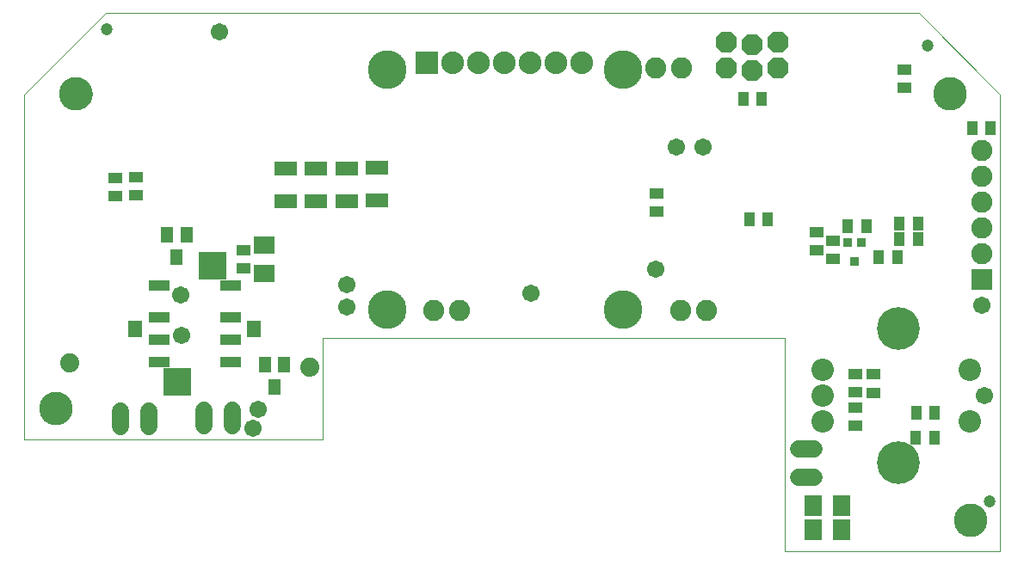
<source format=gbs>
G75*
G70*
%OFA0B0*%
%FSLAX24Y24*%
%IPPOS*%
%LPD*%
%AMOC8*
5,1,8,0,0,1.08239X$1,22.5*
%
%ADD10C,0.0000*%
%ADD11C,0.1300*%
%ADD12C,0.0867*%
%ADD13C,0.1655*%
%ADD14R,0.0395X0.0552*%
%ADD15R,0.0880X0.0880*%
%ADD16C,0.0880*%
%ADD17C,0.1497*%
%ADD18R,0.0552X0.0395*%
%ADD19R,0.0356X0.0356*%
%ADD20R,0.0710X0.0789*%
%ADD21R,0.0867X0.0552*%
%ADD22R,0.0474X0.0631*%
%ADD23C,0.0680*%
%ADD24C,0.0474*%
%ADD25C,0.0671*%
%ADD26C,0.0820*%
%ADD27R,0.0820X0.0820*%
%ADD28R,0.0789X0.0395*%
%ADD29R,0.1064X0.1064*%
%ADD30R,0.0789X0.0710*%
%ADD31R,0.0580X0.0330*%
%ADD32OC8,0.0820*%
%ADD33C,0.0740*%
D10*
X000180Y005173D02*
X011735Y005173D01*
X011735Y009110D01*
X029633Y009110D01*
X029633Y000843D01*
X037975Y000843D01*
X037975Y018559D01*
X034827Y021708D01*
X003329Y021708D01*
X000180Y018559D01*
X000180Y005173D01*
X000783Y006386D02*
X000785Y006435D01*
X000791Y006484D01*
X000801Y006532D01*
X000814Y006579D01*
X000832Y006625D01*
X000853Y006669D01*
X000877Y006712D01*
X000905Y006752D01*
X000936Y006791D01*
X000970Y006826D01*
X001007Y006859D01*
X001046Y006888D01*
X001088Y006914D01*
X001131Y006937D01*
X001177Y006956D01*
X001223Y006972D01*
X001271Y006984D01*
X001319Y006992D01*
X001368Y006996D01*
X001418Y006996D01*
X001467Y006992D01*
X001515Y006984D01*
X001563Y006972D01*
X001609Y006956D01*
X001655Y006937D01*
X001698Y006914D01*
X001740Y006888D01*
X001779Y006859D01*
X001816Y006826D01*
X001850Y006791D01*
X001881Y006752D01*
X001909Y006712D01*
X001933Y006669D01*
X001954Y006625D01*
X001972Y006579D01*
X001985Y006532D01*
X001995Y006484D01*
X002001Y006435D01*
X002003Y006386D01*
X002001Y006337D01*
X001995Y006288D01*
X001985Y006240D01*
X001972Y006193D01*
X001954Y006147D01*
X001933Y006103D01*
X001909Y006060D01*
X001881Y006020D01*
X001850Y005981D01*
X001816Y005946D01*
X001779Y005913D01*
X001740Y005884D01*
X001698Y005858D01*
X001655Y005835D01*
X001609Y005816D01*
X001563Y005800D01*
X001515Y005788D01*
X001467Y005780D01*
X001418Y005776D01*
X001368Y005776D01*
X001319Y005780D01*
X001271Y005788D01*
X001223Y005800D01*
X001177Y005816D01*
X001131Y005835D01*
X001088Y005858D01*
X001046Y005884D01*
X001007Y005913D01*
X000970Y005946D01*
X000936Y005981D01*
X000905Y006020D01*
X000877Y006060D01*
X000853Y006103D01*
X000832Y006147D01*
X000814Y006193D01*
X000801Y006240D01*
X000791Y006288D01*
X000785Y006337D01*
X000783Y006386D01*
X001570Y018591D02*
X001572Y018640D01*
X001578Y018689D01*
X001588Y018737D01*
X001601Y018784D01*
X001619Y018830D01*
X001640Y018874D01*
X001664Y018917D01*
X001692Y018957D01*
X001723Y018996D01*
X001757Y019031D01*
X001794Y019064D01*
X001833Y019093D01*
X001875Y019119D01*
X001918Y019142D01*
X001964Y019161D01*
X002010Y019177D01*
X002058Y019189D01*
X002106Y019197D01*
X002155Y019201D01*
X002205Y019201D01*
X002254Y019197D01*
X002302Y019189D01*
X002350Y019177D01*
X002396Y019161D01*
X002442Y019142D01*
X002485Y019119D01*
X002527Y019093D01*
X002566Y019064D01*
X002603Y019031D01*
X002637Y018996D01*
X002668Y018957D01*
X002696Y018917D01*
X002720Y018874D01*
X002741Y018830D01*
X002759Y018784D01*
X002772Y018737D01*
X002782Y018689D01*
X002788Y018640D01*
X002790Y018591D01*
X002788Y018542D01*
X002782Y018493D01*
X002772Y018445D01*
X002759Y018398D01*
X002741Y018352D01*
X002720Y018308D01*
X002696Y018265D01*
X002668Y018225D01*
X002637Y018186D01*
X002603Y018151D01*
X002566Y018118D01*
X002527Y018089D01*
X002485Y018063D01*
X002442Y018040D01*
X002396Y018021D01*
X002350Y018005D01*
X002302Y017993D01*
X002254Y017985D01*
X002205Y017981D01*
X002155Y017981D01*
X002106Y017985D01*
X002058Y017993D01*
X002010Y018005D01*
X001964Y018021D01*
X001918Y018040D01*
X001875Y018063D01*
X001833Y018089D01*
X001794Y018118D01*
X001757Y018151D01*
X001723Y018186D01*
X001692Y018225D01*
X001664Y018265D01*
X001640Y018308D01*
X001619Y018352D01*
X001601Y018398D01*
X001588Y018445D01*
X001578Y018493D01*
X001572Y018542D01*
X001570Y018591D01*
X035428Y018591D02*
X035430Y018640D01*
X035436Y018689D01*
X035446Y018737D01*
X035459Y018784D01*
X035477Y018830D01*
X035498Y018874D01*
X035522Y018917D01*
X035550Y018957D01*
X035581Y018996D01*
X035615Y019031D01*
X035652Y019064D01*
X035691Y019093D01*
X035733Y019119D01*
X035776Y019142D01*
X035822Y019161D01*
X035868Y019177D01*
X035916Y019189D01*
X035964Y019197D01*
X036013Y019201D01*
X036063Y019201D01*
X036112Y019197D01*
X036160Y019189D01*
X036208Y019177D01*
X036254Y019161D01*
X036300Y019142D01*
X036343Y019119D01*
X036385Y019093D01*
X036424Y019064D01*
X036461Y019031D01*
X036495Y018996D01*
X036526Y018957D01*
X036554Y018917D01*
X036578Y018874D01*
X036599Y018830D01*
X036617Y018784D01*
X036630Y018737D01*
X036640Y018689D01*
X036646Y018640D01*
X036648Y018591D01*
X036646Y018542D01*
X036640Y018493D01*
X036630Y018445D01*
X036617Y018398D01*
X036599Y018352D01*
X036578Y018308D01*
X036554Y018265D01*
X036526Y018225D01*
X036495Y018186D01*
X036461Y018151D01*
X036424Y018118D01*
X036385Y018089D01*
X036343Y018063D01*
X036300Y018040D01*
X036254Y018021D01*
X036208Y018005D01*
X036160Y017993D01*
X036112Y017985D01*
X036063Y017981D01*
X036013Y017981D01*
X035964Y017985D01*
X035916Y017993D01*
X035868Y018005D01*
X035822Y018021D01*
X035776Y018040D01*
X035733Y018063D01*
X035691Y018089D01*
X035652Y018118D01*
X035615Y018151D01*
X035581Y018186D01*
X035550Y018225D01*
X035522Y018265D01*
X035498Y018308D01*
X035477Y018352D01*
X035459Y018398D01*
X035446Y018445D01*
X035436Y018493D01*
X035430Y018542D01*
X035428Y018591D01*
X036216Y002055D02*
X036218Y002104D01*
X036224Y002153D01*
X036234Y002201D01*
X036247Y002248D01*
X036265Y002294D01*
X036286Y002338D01*
X036310Y002381D01*
X036338Y002421D01*
X036369Y002460D01*
X036403Y002495D01*
X036440Y002528D01*
X036479Y002557D01*
X036521Y002583D01*
X036564Y002606D01*
X036610Y002625D01*
X036656Y002641D01*
X036704Y002653D01*
X036752Y002661D01*
X036801Y002665D01*
X036851Y002665D01*
X036900Y002661D01*
X036948Y002653D01*
X036996Y002641D01*
X037042Y002625D01*
X037088Y002606D01*
X037131Y002583D01*
X037173Y002557D01*
X037212Y002528D01*
X037249Y002495D01*
X037283Y002460D01*
X037314Y002421D01*
X037342Y002381D01*
X037366Y002338D01*
X037387Y002294D01*
X037405Y002248D01*
X037418Y002201D01*
X037428Y002153D01*
X037434Y002104D01*
X037436Y002055D01*
X037434Y002006D01*
X037428Y001957D01*
X037418Y001909D01*
X037405Y001862D01*
X037387Y001816D01*
X037366Y001772D01*
X037342Y001729D01*
X037314Y001689D01*
X037283Y001650D01*
X037249Y001615D01*
X037212Y001582D01*
X037173Y001553D01*
X037131Y001527D01*
X037088Y001504D01*
X037042Y001485D01*
X036996Y001469D01*
X036948Y001457D01*
X036900Y001449D01*
X036851Y001445D01*
X036801Y001445D01*
X036752Y001449D01*
X036704Y001457D01*
X036656Y001469D01*
X036610Y001485D01*
X036564Y001504D01*
X036521Y001527D01*
X036479Y001553D01*
X036440Y001582D01*
X036403Y001615D01*
X036369Y001650D01*
X036338Y001689D01*
X036310Y001729D01*
X036286Y001772D01*
X036265Y001816D01*
X036247Y001862D01*
X036234Y001909D01*
X036224Y001957D01*
X036218Y002006D01*
X036216Y002055D01*
D11*
X036826Y002055D03*
X036038Y018591D03*
X002180Y018591D03*
X001393Y006386D03*
D12*
X031088Y006874D03*
X031088Y007874D03*
X031088Y005874D03*
X036788Y005874D03*
X036788Y007874D03*
D13*
X034038Y009474D03*
X034038Y004274D03*
D14*
X034716Y005268D03*
X035424Y005268D03*
X035434Y006223D03*
X034726Y006223D03*
X033989Y012243D03*
X033281Y012243D03*
X034081Y012943D03*
X034081Y013543D03*
X034789Y013543D03*
X034789Y012943D03*
X032789Y013443D03*
X032081Y013443D03*
X028984Y013723D03*
X028276Y013723D03*
X028026Y018373D03*
X028734Y018373D03*
X036886Y017253D03*
X037594Y017253D03*
D15*
X015783Y019796D03*
D16*
X016783Y019796D03*
X017783Y019796D03*
X018783Y019796D03*
X019783Y019796D03*
X020783Y019796D03*
X021783Y019796D03*
D17*
X023374Y019536D03*
X014240Y019536D03*
X014240Y010206D03*
X023374Y010206D03*
D18*
X024680Y014019D03*
X024680Y014728D03*
X030865Y013233D03*
X031495Y012883D03*
X030865Y012524D03*
X031495Y012174D03*
X032380Y007728D03*
X033080Y007708D03*
X032380Y007019D03*
X033080Y006999D03*
X032380Y006428D03*
X032380Y005719D03*
X034280Y018819D03*
X034280Y019528D03*
X008680Y012528D03*
X008680Y011819D03*
X004485Y014644D03*
X003710Y014609D03*
X003710Y015318D03*
X004485Y015353D03*
D19*
X032079Y012808D03*
X032591Y012808D03*
X032335Y012079D03*
D20*
X031831Y002623D03*
X030729Y002623D03*
X030744Y001703D03*
X031846Y001703D03*
D21*
X013850Y014449D03*
X012665Y014429D03*
X011465Y014429D03*
X010315Y014429D03*
X010315Y015688D03*
X011465Y015688D03*
X012665Y015688D03*
X013850Y015708D03*
D22*
X006454Y013107D03*
X005706Y013107D03*
X006080Y012240D03*
X009491Y008077D03*
X010239Y008077D03*
X009865Y007211D03*
D23*
X008240Y006308D02*
X008240Y005708D01*
X007140Y005708D02*
X007140Y006308D01*
X004995Y006293D02*
X004995Y005693D01*
X003895Y005693D02*
X003895Y006293D01*
X030180Y004823D02*
X030780Y004823D01*
X030780Y003723D02*
X030180Y003723D01*
D24*
X037580Y002773D03*
X035165Y020463D03*
X003380Y021073D03*
D25*
X007720Y020973D03*
X012680Y011173D03*
X012680Y010323D03*
X006230Y010773D03*
X006280Y009223D03*
X009220Y006338D03*
X009030Y005623D03*
X019800Y010863D03*
X024630Y011773D03*
X025430Y016523D03*
X026480Y016523D03*
X037280Y010373D03*
X037380Y006873D03*
D26*
X037280Y012373D03*
X037280Y013373D03*
X037280Y014373D03*
X037280Y015373D03*
X037280Y016373D03*
X026600Y010173D03*
X025600Y010173D03*
X017040Y010173D03*
X016040Y010173D03*
X024645Y019603D03*
X025645Y019603D03*
D27*
X037280Y011373D03*
D28*
X008158Y011170D03*
X008158Y009910D03*
X008158Y009044D03*
X008158Y008177D03*
X005402Y008177D03*
X005402Y009044D03*
X005402Y009910D03*
X005402Y011170D03*
D29*
X007469Y011937D03*
X006091Y007410D03*
D30*
X009480Y011622D03*
X009480Y012725D03*
D31*
X009080Y009631D03*
X009080Y009311D03*
X004480Y009311D03*
X004480Y009631D03*
D32*
X027380Y019573D03*
X028380Y019473D03*
X029380Y019573D03*
X029380Y020573D03*
X028380Y020473D03*
X027380Y020573D03*
D33*
X011230Y007973D03*
X001930Y008143D03*
M02*

</source>
